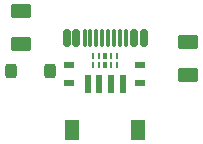
<source format=gtp>
G04 #@! TF.GenerationSoftware,KiCad,Pcbnew,(5.99.0-8748-g0125986588)*
G04 #@! TF.CreationDate,2021-05-21T22:54:23+03:00*
G04 #@! TF.ProjectId,Unified-Daughterboard,556e6966-6965-4642-9d44-617567687465,C3*
G04 #@! TF.SameCoordinates,Original*
G04 #@! TF.FileFunction,Paste,Top*
G04 #@! TF.FilePolarity,Positive*
%FSLAX46Y46*%
G04 Gerber Fmt 4.6, Leading zero omitted, Abs format (unit mm)*
G04 Created by KiCad (PCBNEW (5.99.0-8748-g0125986588)) date 2021-05-21 22:54:23*
%MOMM*%
%LPD*%
G01*
G04 APERTURE LIST*
G04 Aperture macros list*
%AMRoundRect*
0 Rectangle with rounded corners*
0 $1 Rounding radius*
0 $2 $3 $4 $5 $6 $7 $8 $9 X,Y pos of 4 corners*
0 Add a 4 corners polygon primitive as box body*
4,1,4,$2,$3,$4,$5,$6,$7,$8,$9,$2,$3,0*
0 Add four circle primitives for the rounded corners*
1,1,$1+$1,$2,$3*
1,1,$1+$1,$4,$5*
1,1,$1+$1,$6,$7*
1,1,$1+$1,$8,$9*
0 Add four rect primitives between the rounded corners*
20,1,$1+$1,$2,$3,$4,$5,0*
20,1,$1+$1,$4,$5,$6,$7,0*
20,1,$1+$1,$6,$7,$8,$9,0*
20,1,$1+$1,$8,$9,$2,$3,0*%
G04 Aperture macros list end*
%ADD10RoundRect,0.125000X0.000000X-0.150000X0.000000X-0.150000X0.000000X0.150000X0.000000X0.150000X0*%
%ADD11R,0.250000X0.550000*%
%ADD12R,0.300000X0.550000*%
%ADD13RoundRect,0.250000X0.625000X-0.375000X0.625000X0.375000X-0.625000X0.375000X-0.625000X-0.375000X0*%
%ADD14R,0.900000X0.500000*%
%ADD15RoundRect,0.250000X-0.625000X0.375000X-0.625000X-0.375000X0.625000X-0.375000X0.625000X0.375000X0*%
%ADD16RoundRect,0.250000X0.250000X0.350000X-0.250000X0.350000X-0.250000X-0.350000X0.250000X-0.350000X0*%
%ADD17RoundRect,0.150000X0.150000X0.575000X-0.150000X0.575000X-0.150000X-0.575000X0.150000X-0.575000X0*%
%ADD18RoundRect,0.075000X0.075000X0.650000X-0.075000X0.650000X-0.075000X-0.650000X0.075000X-0.650000X0*%
%ADD19R,0.600000X1.550000*%
%ADD20R,1.200000X1.800000*%
G04 APERTURE END LIST*
D10*
X74002500Y-66411400D03*
D11*
X74502500Y-66411400D03*
D12*
X75002500Y-66411400D03*
D11*
X75502500Y-66411400D03*
X76002500Y-66411400D03*
X74502500Y-65641400D03*
X76002500Y-65641400D03*
X75502500Y-65641400D03*
X74002500Y-65641400D03*
D12*
X75002500Y-65641400D03*
D13*
X81987500Y-64474000D03*
X81987500Y-67274000D03*
D14*
X71954500Y-66379000D03*
X71954500Y-67879000D03*
D15*
X67890500Y-64607000D03*
X67890500Y-61807000D03*
D16*
X70302500Y-66890000D03*
X67002500Y-66890000D03*
D17*
X78252500Y-64118000D03*
D18*
X76752500Y-64118000D03*
X76252500Y-64118000D03*
X75752500Y-64118000D03*
X75256500Y-64118000D03*
X73252500Y-64118000D03*
X73752500Y-64118000D03*
X74252500Y-64118000D03*
X74752500Y-64118000D03*
D17*
X77452500Y-64118000D03*
X71752500Y-64118000D03*
X72552500Y-64118000D03*
D19*
X75504500Y-68018000D03*
X76504500Y-68018000D03*
X74504500Y-68018000D03*
X73504500Y-68018000D03*
D20*
X72204500Y-71893000D03*
X77804500Y-71893000D03*
D14*
X77923500Y-67879000D03*
X77923500Y-66379000D03*
M02*

</source>
